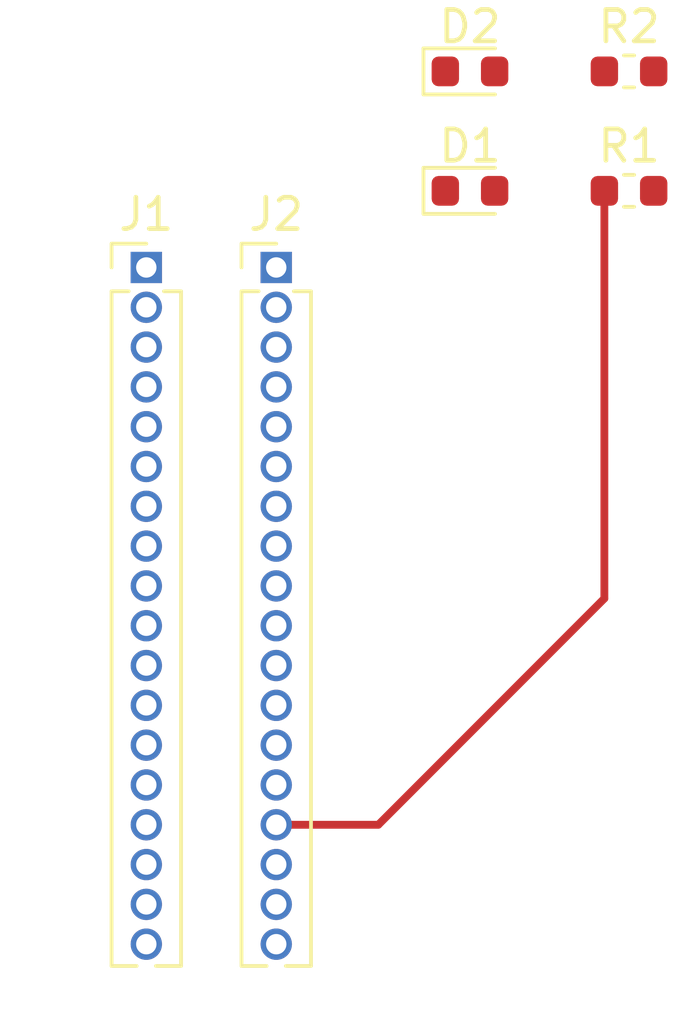
<source format=kicad_pcb>
(kicad_pcb (version 20171130) (host pcbnew "(5.1.5-0-10_14)")

  (general
    (thickness 1.6)
    (drawings 0)
    (tracks 3)
    (zones 0)
    (modules 6)
    (nets 40)
  )

  (page A4)
  (layers
    (0 F.Cu signal)
    (31 B.Cu signal)
    (32 B.Adhes user)
    (33 F.Adhes user)
    (34 B.Paste user)
    (35 F.Paste user)
    (36 B.SilkS user)
    (37 F.SilkS user)
    (38 B.Mask user)
    (39 F.Mask user)
    (40 Dwgs.User user)
    (41 Cmts.User user)
    (42 Eco1.User user)
    (43 Eco2.User user)
    (44 Edge.Cuts user)
    (45 Margin user)
    (46 B.CrtYd user)
    (47 F.CrtYd user)
    (48 B.Fab user)
    (49 F.Fab user)
  )

  (setup
    (last_trace_width 0.25)
    (trace_clearance 0.2)
    (zone_clearance 0.508)
    (zone_45_only no)
    (trace_min 0.2)
    (via_size 0.8)
    (via_drill 0.4)
    (via_min_size 0.4)
    (via_min_drill 0.3)
    (uvia_size 0.3)
    (uvia_drill 0.1)
    (uvias_allowed no)
    (uvia_min_size 0.2)
    (uvia_min_drill 0.1)
    (edge_width 0.05)
    (segment_width 0.2)
    (pcb_text_width 0.3)
    (pcb_text_size 1.5 1.5)
    (mod_edge_width 0.12)
    (mod_text_size 1 1)
    (mod_text_width 0.15)
    (pad_size 1.524 1.524)
    (pad_drill 0.762)
    (pad_to_mask_clearance 0.051)
    (solder_mask_min_width 0.25)
    (aux_axis_origin 0 0)
    (visible_elements FFFFFF7F)
    (pcbplotparams
      (layerselection 0x010fc_ffffffff)
      (usegerberextensions false)
      (usegerberattributes false)
      (usegerberadvancedattributes false)
      (creategerberjobfile false)
      (excludeedgelayer true)
      (linewidth 0.100000)
      (plotframeref false)
      (viasonmask false)
      (mode 1)
      (useauxorigin false)
      (hpglpennumber 1)
      (hpglpenspeed 20)
      (hpglpendiameter 15.000000)
      (psnegative false)
      (psa4output false)
      (plotreference true)
      (plotvalue true)
      (plotinvisibletext false)
      (padsonsilk false)
      (subtractmaskfromsilk false)
      (outputformat 1)
      (mirror false)
      (drillshape 1)
      (scaleselection 1)
      (outputdirectory ""))
  )

  (net 0 "")
  (net 1 "Net-(D1-Pad2)")
  (net 2 GND)
  (net 3 "Net-(D2-Pad2)")
  (net 4 "Net-(J1-Pad1)")
  (net 5 "Net-(J1-Pad2)")
  (net 6 "Net-(J1-Pad3)")
  (net 7 "Net-(J1-Pad4)")
  (net 8 "Net-(J1-Pad5)")
  (net 9 "Net-(J1-Pad6)")
  (net 10 "Net-(J1-Pad7)")
  (net 11 "Net-(J1-Pad8)")
  (net 12 "Net-(J1-Pad9)")
  (net 13 "Net-(J1-Pad10)")
  (net 14 "Net-(J1-Pad11)")
  (net 15 "Net-(J1-Pad12)")
  (net 16 "Net-(J1-Pad13)")
  (net 17 "Net-(J1-Pad14)")
  (net 18 "Net-(J1-Pad15)")
  (net 19 "Net-(J1-Pad16)")
  (net 20 "Net-(J1-Pad17)")
  (net 21 "Net-(J1-Pad18)")
  (net 22 "Net-(J2-Pad18)")
  (net 23 "Net-(J2-Pad17)")
  (net 24 /LED2)
  (net 25 /LED1)
  (net 26 "Net-(J2-Pad14)")
  (net 27 "Net-(J2-Pad13)")
  (net 28 "Net-(J2-Pad12)")
  (net 29 "Net-(J2-Pad11)")
  (net 30 "Net-(J2-Pad10)")
  (net 31 "Net-(J2-Pad9)")
  (net 32 "Net-(J2-Pad8)")
  (net 33 "Net-(J2-Pad7)")
  (net 34 "Net-(J2-Pad6)")
  (net 35 "Net-(J2-Pad5)")
  (net 36 "Net-(J2-Pad4)")
  (net 37 "Net-(J2-Pad3)")
  (net 38 "Net-(J2-Pad2)")
  (net 39 "Net-(J2-Pad1)")

  (net_class Default "This is the default net class."
    (clearance 0.2)
    (trace_width 0.25)
    (via_dia 0.8)
    (via_drill 0.4)
    (uvia_dia 0.3)
    (uvia_drill 0.1)
    (add_net /LED1)
    (add_net /LED2)
    (add_net GND)
    (add_net "Net-(D1-Pad2)")
    (add_net "Net-(D2-Pad2)")
    (add_net "Net-(J1-Pad1)")
    (add_net "Net-(J1-Pad10)")
    (add_net "Net-(J1-Pad11)")
    (add_net "Net-(J1-Pad12)")
    (add_net "Net-(J1-Pad13)")
    (add_net "Net-(J1-Pad14)")
    (add_net "Net-(J1-Pad15)")
    (add_net "Net-(J1-Pad16)")
    (add_net "Net-(J1-Pad17)")
    (add_net "Net-(J1-Pad18)")
    (add_net "Net-(J1-Pad2)")
    (add_net "Net-(J1-Pad3)")
    (add_net "Net-(J1-Pad4)")
    (add_net "Net-(J1-Pad5)")
    (add_net "Net-(J1-Pad6)")
    (add_net "Net-(J1-Pad7)")
    (add_net "Net-(J1-Pad8)")
    (add_net "Net-(J1-Pad9)")
    (add_net "Net-(J2-Pad1)")
    (add_net "Net-(J2-Pad10)")
    (add_net "Net-(J2-Pad11)")
    (add_net "Net-(J2-Pad12)")
    (add_net "Net-(J2-Pad13)")
    (add_net "Net-(J2-Pad14)")
    (add_net "Net-(J2-Pad17)")
    (add_net "Net-(J2-Pad18)")
    (add_net "Net-(J2-Pad2)")
    (add_net "Net-(J2-Pad3)")
    (add_net "Net-(J2-Pad4)")
    (add_net "Net-(J2-Pad5)")
    (add_net "Net-(J2-Pad6)")
    (add_net "Net-(J2-Pad7)")
    (add_net "Net-(J2-Pad8)")
    (add_net "Net-(J2-Pad9)")
  )

  (module LED_SMD:LED_0603_1608Metric (layer F.Cu) (tedit 5B301BBE) (tstamp 5E75E707)
    (at 146.5325 74.93)
    (descr "LED SMD 0603 (1608 Metric), square (rectangular) end terminal, IPC_7351 nominal, (Body size source: http://www.tortai-tech.com/upload/download/2011102023233369053.pdf), generated with kicad-footprint-generator")
    (tags diode)
    (path /5E778E2F)
    (attr smd)
    (fp_text reference D1 (at 0 -1.43) (layer F.SilkS)
      (effects (font (size 1 1) (thickness 0.15)))
    )
    (fp_text value LED (at 0 1.43) (layer F.Fab)
      (effects (font (size 1 1) (thickness 0.15)))
    )
    (fp_text user %R (at 0 0) (layer F.Fab)
      (effects (font (size 0.4 0.4) (thickness 0.06)))
    )
    (fp_line (start 1.48 0.73) (end -1.48 0.73) (layer F.CrtYd) (width 0.05))
    (fp_line (start 1.48 -0.73) (end 1.48 0.73) (layer F.CrtYd) (width 0.05))
    (fp_line (start -1.48 -0.73) (end 1.48 -0.73) (layer F.CrtYd) (width 0.05))
    (fp_line (start -1.48 0.73) (end -1.48 -0.73) (layer F.CrtYd) (width 0.05))
    (fp_line (start -1.485 0.735) (end 0.8 0.735) (layer F.SilkS) (width 0.12))
    (fp_line (start -1.485 -0.735) (end -1.485 0.735) (layer F.SilkS) (width 0.12))
    (fp_line (start 0.8 -0.735) (end -1.485 -0.735) (layer F.SilkS) (width 0.12))
    (fp_line (start 0.8 0.4) (end 0.8 -0.4) (layer F.Fab) (width 0.1))
    (fp_line (start -0.8 0.4) (end 0.8 0.4) (layer F.Fab) (width 0.1))
    (fp_line (start -0.8 -0.1) (end -0.8 0.4) (layer F.Fab) (width 0.1))
    (fp_line (start -0.5 -0.4) (end -0.8 -0.1) (layer F.Fab) (width 0.1))
    (fp_line (start 0.8 -0.4) (end -0.5 -0.4) (layer F.Fab) (width 0.1))
    (pad 2 smd roundrect (at 0.7875 0) (size 0.875 0.95) (layers F.Cu F.Paste F.Mask) (roundrect_rratio 0.25)
      (net 1 "Net-(D1-Pad2)"))
    (pad 1 smd roundrect (at -0.7875 0) (size 0.875 0.95) (layers F.Cu F.Paste F.Mask) (roundrect_rratio 0.25)
      (net 2 GND))
    (model ${KISYS3DMOD}/LED_SMD.3dshapes/LED_0603_1608Metric.wrl
      (at (xyz 0 0 0))
      (scale (xyz 1 1 1))
      (rotate (xyz 0 0 0))
    )
  )

  (module LED_SMD:LED_0603_1608Metric (layer F.Cu) (tedit 5B301BBE) (tstamp 5E75E71A)
    (at 146.5325 71.12)
    (descr "LED SMD 0603 (1608 Metric), square (rectangular) end terminal, IPC_7351 nominal, (Body size source: http://www.tortai-tech.com/upload/download/2011102023233369053.pdf), generated with kicad-footprint-generator")
    (tags diode)
    (path /5E7770CF)
    (attr smd)
    (fp_text reference D2 (at 0 -1.43) (layer F.SilkS)
      (effects (font (size 1 1) (thickness 0.15)))
    )
    (fp_text value LED (at 0 1.43) (layer F.Fab)
      (effects (font (size 1 1) (thickness 0.15)))
    )
    (fp_line (start 0.8 -0.4) (end -0.5 -0.4) (layer F.Fab) (width 0.1))
    (fp_line (start -0.5 -0.4) (end -0.8 -0.1) (layer F.Fab) (width 0.1))
    (fp_line (start -0.8 -0.1) (end -0.8 0.4) (layer F.Fab) (width 0.1))
    (fp_line (start -0.8 0.4) (end 0.8 0.4) (layer F.Fab) (width 0.1))
    (fp_line (start 0.8 0.4) (end 0.8 -0.4) (layer F.Fab) (width 0.1))
    (fp_line (start 0.8 -0.735) (end -1.485 -0.735) (layer F.SilkS) (width 0.12))
    (fp_line (start -1.485 -0.735) (end -1.485 0.735) (layer F.SilkS) (width 0.12))
    (fp_line (start -1.485 0.735) (end 0.8 0.735) (layer F.SilkS) (width 0.12))
    (fp_line (start -1.48 0.73) (end -1.48 -0.73) (layer F.CrtYd) (width 0.05))
    (fp_line (start -1.48 -0.73) (end 1.48 -0.73) (layer F.CrtYd) (width 0.05))
    (fp_line (start 1.48 -0.73) (end 1.48 0.73) (layer F.CrtYd) (width 0.05))
    (fp_line (start 1.48 0.73) (end -1.48 0.73) (layer F.CrtYd) (width 0.05))
    (fp_text user %R (at 0 0) (layer F.Fab)
      (effects (font (size 0.4 0.4) (thickness 0.06)))
    )
    (pad 1 smd roundrect (at -0.7875 0) (size 0.875 0.95) (layers F.Cu F.Paste F.Mask) (roundrect_rratio 0.25)
      (net 2 GND))
    (pad 2 smd roundrect (at 0.7875 0) (size 0.875 0.95) (layers F.Cu F.Paste F.Mask) (roundrect_rratio 0.25)
      (net 3 "Net-(D2-Pad2)"))
    (model ${KISYS3DMOD}/LED_SMD.3dshapes/LED_0603_1608Metric.wrl
      (at (xyz 0 0 0))
      (scale (xyz 1 1 1))
      (rotate (xyz 0 0 0))
    )
  )

  (module Connector_PinHeader_1.27mm:PinHeader_1x18_P1.27mm_Vertical (layer F.Cu) (tedit 59FED6E3) (tstamp 5E75E742)
    (at 136.195001 77.375001)
    (descr "Through hole straight pin header, 1x18, 1.27mm pitch, single row")
    (tags "Through hole pin header THT 1x18 1.27mm single row")
    (path /5E76379F)
    (fp_text reference J1 (at 0 -1.695) (layer F.SilkS)
      (effects (font (size 1 1) (thickness 0.15)))
    )
    (fp_text value Conn_01x18 (at 0 23.285) (layer F.Fab)
      (effects (font (size 1 1) (thickness 0.15)))
    )
    (fp_line (start -0.525 -0.635) (end 1.05 -0.635) (layer F.Fab) (width 0.1))
    (fp_line (start 1.05 -0.635) (end 1.05 22.225) (layer F.Fab) (width 0.1))
    (fp_line (start 1.05 22.225) (end -1.05 22.225) (layer F.Fab) (width 0.1))
    (fp_line (start -1.05 22.225) (end -1.05 -0.11) (layer F.Fab) (width 0.1))
    (fp_line (start -1.05 -0.11) (end -0.525 -0.635) (layer F.Fab) (width 0.1))
    (fp_line (start -1.11 22.285) (end -0.30753 22.285) (layer F.SilkS) (width 0.12))
    (fp_line (start 0.30753 22.285) (end 1.11 22.285) (layer F.SilkS) (width 0.12))
    (fp_line (start -1.11 0.76) (end -1.11 22.285) (layer F.SilkS) (width 0.12))
    (fp_line (start 1.11 0.76) (end 1.11 22.285) (layer F.SilkS) (width 0.12))
    (fp_line (start -1.11 0.76) (end -0.563471 0.76) (layer F.SilkS) (width 0.12))
    (fp_line (start 0.563471 0.76) (end 1.11 0.76) (layer F.SilkS) (width 0.12))
    (fp_line (start -1.11 0) (end -1.11 -0.76) (layer F.SilkS) (width 0.12))
    (fp_line (start -1.11 -0.76) (end 0 -0.76) (layer F.SilkS) (width 0.12))
    (fp_line (start -1.55 -1.15) (end -1.55 22.75) (layer F.CrtYd) (width 0.05))
    (fp_line (start -1.55 22.75) (end 1.55 22.75) (layer F.CrtYd) (width 0.05))
    (fp_line (start 1.55 22.75) (end 1.55 -1.15) (layer F.CrtYd) (width 0.05))
    (fp_line (start 1.55 -1.15) (end -1.55 -1.15) (layer F.CrtYd) (width 0.05))
    (fp_text user %R (at 0 10.795 90) (layer F.Fab)
      (effects (font (size 1 1) (thickness 0.15)))
    )
    (pad 1 thru_hole rect (at 0 0) (size 1 1) (drill 0.65) (layers *.Cu *.Mask)
      (net 4 "Net-(J1-Pad1)"))
    (pad 2 thru_hole oval (at 0 1.27) (size 1 1) (drill 0.65) (layers *.Cu *.Mask)
      (net 5 "Net-(J1-Pad2)"))
    (pad 3 thru_hole oval (at 0 2.54) (size 1 1) (drill 0.65) (layers *.Cu *.Mask)
      (net 6 "Net-(J1-Pad3)"))
    (pad 4 thru_hole oval (at 0 3.81) (size 1 1) (drill 0.65) (layers *.Cu *.Mask)
      (net 7 "Net-(J1-Pad4)"))
    (pad 5 thru_hole oval (at 0 5.08) (size 1 1) (drill 0.65) (layers *.Cu *.Mask)
      (net 8 "Net-(J1-Pad5)"))
    (pad 6 thru_hole oval (at 0 6.35) (size 1 1) (drill 0.65) (layers *.Cu *.Mask)
      (net 9 "Net-(J1-Pad6)"))
    (pad 7 thru_hole oval (at 0 7.62) (size 1 1) (drill 0.65) (layers *.Cu *.Mask)
      (net 10 "Net-(J1-Pad7)"))
    (pad 8 thru_hole oval (at 0 8.89) (size 1 1) (drill 0.65) (layers *.Cu *.Mask)
      (net 11 "Net-(J1-Pad8)"))
    (pad 9 thru_hole oval (at 0 10.16) (size 1 1) (drill 0.65) (layers *.Cu *.Mask)
      (net 12 "Net-(J1-Pad9)"))
    (pad 10 thru_hole oval (at 0 11.43) (size 1 1) (drill 0.65) (layers *.Cu *.Mask)
      (net 13 "Net-(J1-Pad10)"))
    (pad 11 thru_hole oval (at 0 12.7) (size 1 1) (drill 0.65) (layers *.Cu *.Mask)
      (net 14 "Net-(J1-Pad11)"))
    (pad 12 thru_hole oval (at 0 13.97) (size 1 1) (drill 0.65) (layers *.Cu *.Mask)
      (net 15 "Net-(J1-Pad12)"))
    (pad 13 thru_hole oval (at 0 15.24) (size 1 1) (drill 0.65) (layers *.Cu *.Mask)
      (net 16 "Net-(J1-Pad13)"))
    (pad 14 thru_hole oval (at 0 16.51) (size 1 1) (drill 0.65) (layers *.Cu *.Mask)
      (net 17 "Net-(J1-Pad14)"))
    (pad 15 thru_hole oval (at 0 17.78) (size 1 1) (drill 0.65) (layers *.Cu *.Mask)
      (net 18 "Net-(J1-Pad15)"))
    (pad 16 thru_hole oval (at 0 19.05) (size 1 1) (drill 0.65) (layers *.Cu *.Mask)
      (net 19 "Net-(J1-Pad16)"))
    (pad 17 thru_hole oval (at 0 20.32) (size 1 1) (drill 0.65) (layers *.Cu *.Mask)
      (net 20 "Net-(J1-Pad17)"))
    (pad 18 thru_hole oval (at 0 21.59) (size 1 1) (drill 0.65) (layers *.Cu *.Mask)
      (net 21 "Net-(J1-Pad18)"))
    (model ${KISYS3DMOD}/Connector_PinHeader_1.27mm.3dshapes/PinHeader_1x18_P1.27mm_Vertical.wrl
      (at (xyz 0 0 0))
      (scale (xyz 1 1 1))
      (rotate (xyz 0 0 0))
    )
  )

  (module Connector_PinHeader_1.27mm:PinHeader_1x18_P1.27mm_Vertical (layer F.Cu) (tedit 59FED6E3) (tstamp 5E75E76A)
    (at 140.345001 77.375001)
    (descr "Through hole straight pin header, 1x18, 1.27mm pitch, single row")
    (tags "Through hole pin header THT 1x18 1.27mm single row")
    (path /5E76D503)
    (fp_text reference J2 (at 0 -1.695) (layer F.SilkS)
      (effects (font (size 1 1) (thickness 0.15)))
    )
    (fp_text value Conn_01x18 (at 0 23.285) (layer F.Fab)
      (effects (font (size 1 1) (thickness 0.15)))
    )
    (fp_text user %R (at 0 10.795 90) (layer F.Fab)
      (effects (font (size 1 1) (thickness 0.15)))
    )
    (fp_line (start 1.55 -1.15) (end -1.55 -1.15) (layer F.CrtYd) (width 0.05))
    (fp_line (start 1.55 22.75) (end 1.55 -1.15) (layer F.CrtYd) (width 0.05))
    (fp_line (start -1.55 22.75) (end 1.55 22.75) (layer F.CrtYd) (width 0.05))
    (fp_line (start -1.55 -1.15) (end -1.55 22.75) (layer F.CrtYd) (width 0.05))
    (fp_line (start -1.11 -0.76) (end 0 -0.76) (layer F.SilkS) (width 0.12))
    (fp_line (start -1.11 0) (end -1.11 -0.76) (layer F.SilkS) (width 0.12))
    (fp_line (start 0.563471 0.76) (end 1.11 0.76) (layer F.SilkS) (width 0.12))
    (fp_line (start -1.11 0.76) (end -0.563471 0.76) (layer F.SilkS) (width 0.12))
    (fp_line (start 1.11 0.76) (end 1.11 22.285) (layer F.SilkS) (width 0.12))
    (fp_line (start -1.11 0.76) (end -1.11 22.285) (layer F.SilkS) (width 0.12))
    (fp_line (start 0.30753 22.285) (end 1.11 22.285) (layer F.SilkS) (width 0.12))
    (fp_line (start -1.11 22.285) (end -0.30753 22.285) (layer F.SilkS) (width 0.12))
    (fp_line (start -1.05 -0.11) (end -0.525 -0.635) (layer F.Fab) (width 0.1))
    (fp_line (start -1.05 22.225) (end -1.05 -0.11) (layer F.Fab) (width 0.1))
    (fp_line (start 1.05 22.225) (end -1.05 22.225) (layer F.Fab) (width 0.1))
    (fp_line (start 1.05 -0.635) (end 1.05 22.225) (layer F.Fab) (width 0.1))
    (fp_line (start -0.525 -0.635) (end 1.05 -0.635) (layer F.Fab) (width 0.1))
    (pad 18 thru_hole oval (at 0 21.59) (size 1 1) (drill 0.65) (layers *.Cu *.Mask)
      (net 22 "Net-(J2-Pad18)"))
    (pad 17 thru_hole oval (at 0 20.32) (size 1 1) (drill 0.65) (layers *.Cu *.Mask)
      (net 23 "Net-(J2-Pad17)"))
    (pad 16 thru_hole oval (at 0 19.05) (size 1 1) (drill 0.65) (layers *.Cu *.Mask)
      (net 24 /LED2))
    (pad 15 thru_hole oval (at 0 17.78) (size 1 1) (drill 0.65) (layers *.Cu *.Mask)
      (net 25 /LED1))
    (pad 14 thru_hole oval (at 0 16.51) (size 1 1) (drill 0.65) (layers *.Cu *.Mask)
      (net 26 "Net-(J2-Pad14)"))
    (pad 13 thru_hole oval (at 0 15.24) (size 1 1) (drill 0.65) (layers *.Cu *.Mask)
      (net 27 "Net-(J2-Pad13)"))
    (pad 12 thru_hole oval (at 0 13.97) (size 1 1) (drill 0.65) (layers *.Cu *.Mask)
      (net 28 "Net-(J2-Pad12)"))
    (pad 11 thru_hole oval (at 0 12.7) (size 1 1) (drill 0.65) (layers *.Cu *.Mask)
      (net 29 "Net-(J2-Pad11)"))
    (pad 10 thru_hole oval (at 0 11.43) (size 1 1) (drill 0.65) (layers *.Cu *.Mask)
      (net 30 "Net-(J2-Pad10)"))
    (pad 9 thru_hole oval (at 0 10.16) (size 1 1) (drill 0.65) (layers *.Cu *.Mask)
      (net 31 "Net-(J2-Pad9)"))
    (pad 8 thru_hole oval (at 0 8.89) (size 1 1) (drill 0.65) (layers *.Cu *.Mask)
      (net 32 "Net-(J2-Pad8)"))
    (pad 7 thru_hole oval (at 0 7.62) (size 1 1) (drill 0.65) (layers *.Cu *.Mask)
      (net 33 "Net-(J2-Pad7)"))
    (pad 6 thru_hole oval (at 0 6.35) (size 1 1) (drill 0.65) (layers *.Cu *.Mask)
      (net 34 "Net-(J2-Pad6)"))
    (pad 5 thru_hole oval (at 0 5.08) (size 1 1) (drill 0.65) (layers *.Cu *.Mask)
      (net 35 "Net-(J2-Pad5)"))
    (pad 4 thru_hole oval (at 0 3.81) (size 1 1) (drill 0.65) (layers *.Cu *.Mask)
      (net 36 "Net-(J2-Pad4)"))
    (pad 3 thru_hole oval (at 0 2.54) (size 1 1) (drill 0.65) (layers *.Cu *.Mask)
      (net 37 "Net-(J2-Pad3)"))
    (pad 2 thru_hole oval (at 0 1.27) (size 1 1) (drill 0.65) (layers *.Cu *.Mask)
      (net 38 "Net-(J2-Pad2)"))
    (pad 1 thru_hole rect (at 0 0) (size 1 1) (drill 0.65) (layers *.Cu *.Mask)
      (net 39 "Net-(J2-Pad1)"))
    (model ${KISYS3DMOD}/Connector_PinHeader_1.27mm.3dshapes/PinHeader_1x18_P1.27mm_Vertical.wrl
      (at (xyz 0 0 0))
      (scale (xyz 1 1 1))
      (rotate (xyz 0 0 0))
    )
  )

  (module Resistor_SMD:R_0603_1608Metric (layer F.Cu) (tedit 5B301BBD) (tstamp 5E75E77B)
    (at 151.6125 74.93)
    (descr "Resistor SMD 0603 (1608 Metric), square (rectangular) end terminal, IPC_7351 nominal, (Body size source: http://www.tortai-tech.com/upload/download/2011102023233369053.pdf), generated with kicad-footprint-generator")
    (tags resistor)
    (path /5E77D54B)
    (attr smd)
    (fp_text reference R1 (at 0 -1.43) (layer F.SilkS)
      (effects (font (size 1 1) (thickness 0.15)))
    )
    (fp_text value R (at 0 1.43) (layer F.Fab)
      (effects (font (size 1 1) (thickness 0.15)))
    )
    (fp_text user %R (at 0 0) (layer F.Fab)
      (effects (font (size 0.4 0.4) (thickness 0.06)))
    )
    (fp_line (start 1.48 0.73) (end -1.48 0.73) (layer F.CrtYd) (width 0.05))
    (fp_line (start 1.48 -0.73) (end 1.48 0.73) (layer F.CrtYd) (width 0.05))
    (fp_line (start -1.48 -0.73) (end 1.48 -0.73) (layer F.CrtYd) (width 0.05))
    (fp_line (start -1.48 0.73) (end -1.48 -0.73) (layer F.CrtYd) (width 0.05))
    (fp_line (start -0.162779 0.51) (end 0.162779 0.51) (layer F.SilkS) (width 0.12))
    (fp_line (start -0.162779 -0.51) (end 0.162779 -0.51) (layer F.SilkS) (width 0.12))
    (fp_line (start 0.8 0.4) (end -0.8 0.4) (layer F.Fab) (width 0.1))
    (fp_line (start 0.8 -0.4) (end 0.8 0.4) (layer F.Fab) (width 0.1))
    (fp_line (start -0.8 -0.4) (end 0.8 -0.4) (layer F.Fab) (width 0.1))
    (fp_line (start -0.8 0.4) (end -0.8 -0.4) (layer F.Fab) (width 0.1))
    (pad 2 smd roundrect (at 0.7875 0) (size 0.875 0.95) (layers F.Cu F.Paste F.Mask) (roundrect_rratio 0.25)
      (net 1 "Net-(D1-Pad2)"))
    (pad 1 smd roundrect (at -0.7875 0) (size 0.875 0.95) (layers F.Cu F.Paste F.Mask) (roundrect_rratio 0.25)
      (net 25 /LED1))
    (model ${KISYS3DMOD}/Resistor_SMD.3dshapes/R_0603_1608Metric.wrl
      (at (xyz 0 0 0))
      (scale (xyz 1 1 1))
      (rotate (xyz 0 0 0))
    )
  )

  (module Resistor_SMD:R_0603_1608Metric (layer F.Cu) (tedit 5B301BBD) (tstamp 5E75E78C)
    (at 151.6125 71.12)
    (descr "Resistor SMD 0603 (1608 Metric), square (rectangular) end terminal, IPC_7351 nominal, (Body size source: http://www.tortai-tech.com/upload/download/2011102023233369053.pdf), generated with kicad-footprint-generator")
    (tags resistor)
    (path /5E77CFBC)
    (attr smd)
    (fp_text reference R2 (at 0 -1.43) (layer F.SilkS)
      (effects (font (size 1 1) (thickness 0.15)))
    )
    (fp_text value R (at 0 1.43) (layer F.Fab)
      (effects (font (size 1 1) (thickness 0.15)))
    )
    (fp_line (start -0.8 0.4) (end -0.8 -0.4) (layer F.Fab) (width 0.1))
    (fp_line (start -0.8 -0.4) (end 0.8 -0.4) (layer F.Fab) (width 0.1))
    (fp_line (start 0.8 -0.4) (end 0.8 0.4) (layer F.Fab) (width 0.1))
    (fp_line (start 0.8 0.4) (end -0.8 0.4) (layer F.Fab) (width 0.1))
    (fp_line (start -0.162779 -0.51) (end 0.162779 -0.51) (layer F.SilkS) (width 0.12))
    (fp_line (start -0.162779 0.51) (end 0.162779 0.51) (layer F.SilkS) (width 0.12))
    (fp_line (start -1.48 0.73) (end -1.48 -0.73) (layer F.CrtYd) (width 0.05))
    (fp_line (start -1.48 -0.73) (end 1.48 -0.73) (layer F.CrtYd) (width 0.05))
    (fp_line (start 1.48 -0.73) (end 1.48 0.73) (layer F.CrtYd) (width 0.05))
    (fp_line (start 1.48 0.73) (end -1.48 0.73) (layer F.CrtYd) (width 0.05))
    (fp_text user %R (at 0 0) (layer F.Fab)
      (effects (font (size 0.4 0.4) (thickness 0.06)))
    )
    (pad 1 smd roundrect (at -0.7875 0) (size 0.875 0.95) (layers F.Cu F.Paste F.Mask) (roundrect_rratio 0.25)
      (net 24 /LED2))
    (pad 2 smd roundrect (at 0.7875 0) (size 0.875 0.95) (layers F.Cu F.Paste F.Mask) (roundrect_rratio 0.25)
      (net 3 "Net-(D2-Pad2)"))
    (model ${KISYS3DMOD}/Resistor_SMD.3dshapes/R_0603_1608Metric.wrl
      (at (xyz 0 0 0))
      (scale (xyz 1 1 1))
      (rotate (xyz 0 0 0))
    )
  )

  (segment (start 150.825 74.93) (end 150.825 87.935) (width 0.25) (layer F.Cu) (net 25))
  (segment (start 143.604999 95.155001) (end 140.345001 95.155001) (width 0.25) (layer F.Cu) (net 25))
  (segment (start 150.825 87.935) (end 143.604999 95.155001) (width 0.25) (layer F.Cu) (net 25))

)

</source>
